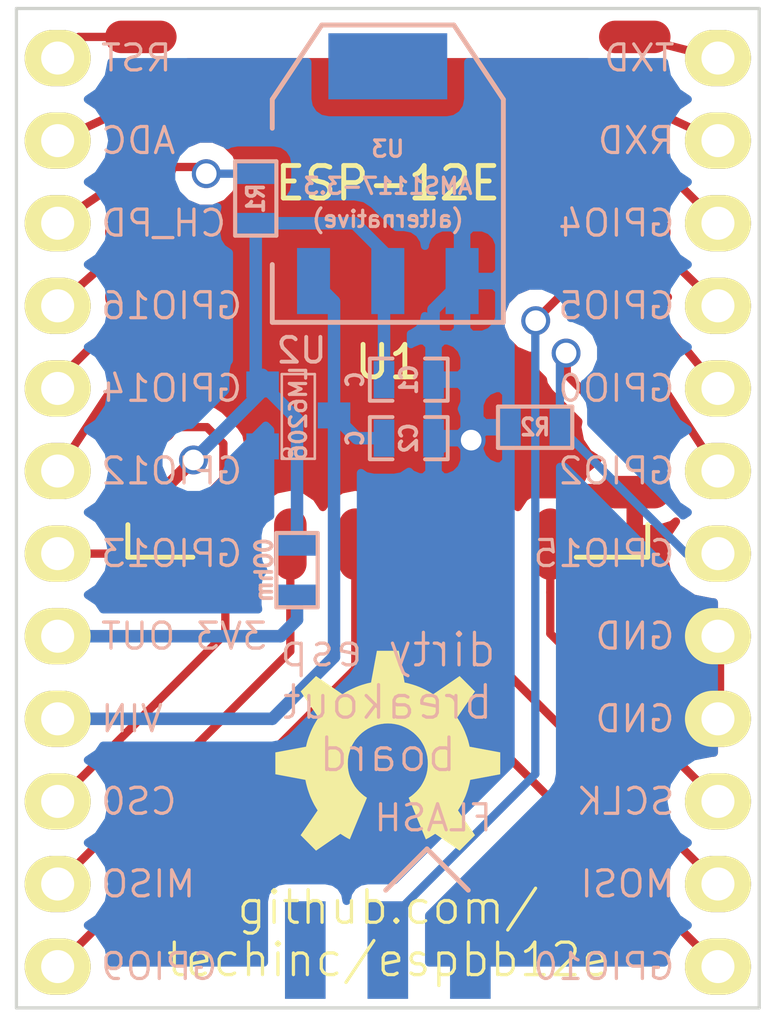
<source format=kicad_pcb>
(kicad_pcb (version 4) (host pcbnew no-vcs-found-product)

  (general
    (links 40)
    (no_connects 0)
    (area -1.320001 2.235999 21.640001 33.070001)
    (thickness 1.6)
    (drawings 30)
    (tracks 127)
    (zones 0)
    (modules 12)
    (nets 26)
  )

  (page A3)
  (layers
    (0 F.Cu signal)
    (31 B.Cu signal)
    (32 B.Adhes user)
    (33 F.Adhes user)
    (34 B.Paste user)
    (35 F.Paste user)
    (36 B.SilkS user)
    (37 F.SilkS user)
    (38 B.Mask user)
    (39 F.Mask user)
    (40 Dwgs.User user)
    (41 Cmts.User user)
    (42 Eco1.User user)
    (43 Eco2.User user)
    (44 Edge.Cuts user)
  )

  (setup
    (last_trace_width 0.254)
    (trace_clearance 0.254)
    (zone_clearance 0.508)
    (zone_45_only no)
    (trace_min 0.254)
    (segment_width 0.2)
    (edge_width 0.1)
    (via_size 0.889)
    (via_drill 0.635)
    (via_min_size 0.889)
    (via_min_drill 0.508)
    (uvia_size 0.508)
    (uvia_drill 0.127)
    (uvias_allowed no)
    (uvia_min_size 0.508)
    (uvia_min_drill 0.127)
    (pcb_text_width 0.3)
    (pcb_text_size 1.5 1.5)
    (mod_edge_width 0.15)
    (mod_text_size 1 1)
    (mod_text_width 0.15)
    (pad_size 2.032 1.7272)
    (pad_drill 1.016)
    (pad_to_mask_clearance 0)
    (aux_axis_origin 0 0)
    (visible_elements FFFFFFBF)
    (pcbplotparams
      (layerselection 0x010f0_80000001)
      (usegerberextensions true)
      (excludeedgelayer true)
      (linewidth 0.150000)
      (plotframeref false)
      (viasonmask false)
      (mode 1)
      (useauxorigin false)
      (hpglpennumber 1)
      (hpglpenspeed 20)
      (hpglpendiameter 15)
      (hpglpenoverlay 2)
      (psnegative false)
      (psa4output false)
      (plotreference true)
      (plotvalue true)
      (plotinvisibletext false)
      (padsonsilk false)
      (subtractmaskfromsilk false)
      (outputformat 1)
      (mirror false)
      (drillshape 0)
      (scaleselection 1)
      (outputdirectory gerb/))
  )

  (net 0 "")
  (net 1 3V3)
  (net 2 GND)
  (net 3 VCC)
  (net 4 "Net-(P1-Pad3)")
  (net 5 "Net-(P2-Pad6)")
  (net 6 "Net-(SW1-Pad1)")
  (net 7 "Net-(P2-Pad8)")
  (net 8 "Net-(P1-Pad1)")
  (net 9 "Net-(P1-Pad2)")
  (net 10 "Net-(P1-Pad4)")
  (net 11 "Net-(P1-Pad5)")
  (net 12 "Net-(P1-Pad6)")
  (net 13 "Net-(P1-Pad7)")
  (net 14 "Net-(P1-Pad10)")
  (net 15 "Net-(P1-Pad11)")
  (net 16 "Net-(P1-Pad12)")
  (net 17 "Net-(P2-Pad1)")
  (net 18 "Net-(P2-Pad2)")
  (net 19 "Net-(P2-Pad3)")
  (net 20 "Net-(P2-Pad7)")
  (net 21 "Net-(P2-Pad9)")
  (net 22 "Net-(P2-Pad10)")
  (net 23 "Net-(P2-Pad11)")
  (net 24 "Net-(P2-Pad12)")
  (net 25 "Net-(P1-Pad8)")

  (net_class Default "This is the default net class."
    (clearance 0.254)
    (trace_width 0.254)
    (via_dia 0.889)
    (via_drill 0.635)
    (uvia_dia 0.508)
    (uvia_drill 0.127)
    (add_net "Net-(P1-Pad1)")
    (add_net "Net-(P1-Pad10)")
    (add_net "Net-(P1-Pad11)")
    (add_net "Net-(P1-Pad12)")
    (add_net "Net-(P1-Pad2)")
    (add_net "Net-(P1-Pad3)")
    (add_net "Net-(P1-Pad4)")
    (add_net "Net-(P1-Pad5)")
    (add_net "Net-(P1-Pad6)")
    (add_net "Net-(P1-Pad7)")
    (add_net "Net-(P2-Pad1)")
    (add_net "Net-(P2-Pad10)")
    (add_net "Net-(P2-Pad11)")
    (add_net "Net-(P2-Pad12)")
    (add_net "Net-(P2-Pad2)")
    (add_net "Net-(P2-Pad3)")
    (add_net "Net-(P2-Pad6)")
    (add_net "Net-(P2-Pad7)")
    (add_net "Net-(P2-Pad8)")
    (add_net "Net-(P2-Pad9)")
    (add_net "Net-(SW1-Pad1)")
  )

  (net_class power ""
    (clearance 0.254)
    (trace_width 0.384)
    (via_dia 0.889)
    (via_drill 0.635)
    (uvia_dia 0.508)
    (uvia_drill 0.127)
    (add_net 3V3)
    (add_net GND)
    (add_net "Net-(P1-Pad8)")
    (add_net VCC)
  )

  (module SIL-3 (layer B.Cu) (tedit 565B8F69) (tstamp 55198ED2)
    (at 10.16 31.242)
    (descr "Connecteur 3 pins")
    (tags "CONN DEV")
    (path /55198EAB)
    (fp_text reference SW1 (at -4.064 -3.302) (layer B.SilkS) hide
      (effects (font (size 1.7907 1.07696) (thickness 0.26924)) (justify mirror))
    )
    (fp_text value SWITCH_INV (at 2.032 -3.556) (layer B.SilkS) hide
      (effects (font (size 1.524 1.016) (thickness 0.3048)) (justify mirror))
    )
    (fp_text user FLASH (at 1.397 -4.064) (layer B.SilkS)
      (effects (font (size 0.8 0.8) (thickness 0.1)) (justify mirror))
    )
    (fp_line (start -0.0635 -1.8415) (end 1.2065 -3.1115) (layer B.SilkS) (width 0.15))
    (fp_line (start 1.2065 -3.1115) (end 2.4765 -1.8415) (layer B.SilkS) (width 0.15))
    (pad 1 smd rect (at -2.54 0) (size 1.25 3) (layers B.Cu B.Paste B.Mask)
      (net 6 "Net-(SW1-Pad1)"))
    (pad 2 smd rect (at 0 0) (size 1.25 3) (layers B.Cu B.Paste B.Mask)
      (net 7 "Net-(P2-Pad8)"))
    (pad 3 smd rect (at 2.54 0) (size 1.25 3) (layers B.Cu B.Paste B.Mask)
      (net 2 GND) (zone_connect 2))
  )

  (module esp8266:ESP-12E (layer F.Cu) (tedit 565B83D7) (tstamp 56604740)
    (at 10.16 10.16)
    (path /565B521A)
    (fp_text reference U1 (at 0 3) (layer F.SilkS)
      (effects (font (size 1 1) (thickness 0.15)))
    )
    (fp_text value ESP-12E (at 0 -2.5) (layer F.SilkS)
      (effects (font (size 1 1) (thickness 0.15)))
    )
    (fp_line (start -6 9) (end -8 9) (layer F.SilkS) (width 0.15))
    (fp_line (start 8 9) (end 5.8 9) (layer F.SilkS) (width 0.15))
    (fp_line (start -8 8) (end -8 9) (layer F.SilkS) (width 0.15))
    (fp_line (start 8 9) (end 8 8) (layer F.SilkS) (width 0.15))
    (pad 1 smd oval (at -7.6 -7) (size 2.2 1) (layers F.Cu F.Paste F.Mask)
      (net 8 "Net-(P1-Pad1)"))
    (pad 2 smd oval (at -7.6 -5) (size 2.2 1) (layers F.Cu F.Paste F.Mask)
      (net 9 "Net-(P1-Pad2)"))
    (pad 3 smd oval (at -7.6 -3) (size 2.2 1) (layers F.Cu F.Paste F.Mask)
      (net 4 "Net-(P1-Pad3)"))
    (pad 4 smd oval (at -7.6 -1) (size 2.2 1) (layers F.Cu F.Paste F.Mask)
      (net 10 "Net-(P1-Pad4)"))
    (pad 5 smd oval (at -7.6 1) (size 2.2 1) (layers F.Cu F.Paste F.Mask)
      (net 11 "Net-(P1-Pad5)"))
    (pad 6 smd oval (at -7.6 3) (size 2.2 1) (layers F.Cu F.Paste F.Mask)
      (net 12 "Net-(P1-Pad6)"))
    (pad 7 smd oval (at -7.6 5) (size 2.2 1) (layers F.Cu F.Paste F.Mask)
      (net 13 "Net-(P1-Pad7)"))
    (pad 8 smd oval (at -7.6 7) (size 2.2 1) (layers F.Cu F.Paste F.Mask)
      (net 1 3V3))
    (pad 15 smd oval (at 7.6 7) (size 2.2 1) (layers F.Cu F.Paste F.Mask)
      (net 2 GND))
    (pad 16 smd oval (at 7.6 5) (size 2.2 1) (layers F.Cu F.Paste F.Mask)
      (net 5 "Net-(P2-Pad6)"))
    (pad 17 smd oval (at 7.6 3) (size 2.2 1) (layers F.Cu F.Paste F.Mask)
      (net 20 "Net-(P2-Pad7)"))
    (pad 18 smd oval (at 7.6 1) (size 2.2 1) (layers F.Cu F.Paste F.Mask)
      (net 7 "Net-(P2-Pad8)"))
    (pad 19 smd oval (at 7.6 -1) (size 2.2 1) (layers F.Cu F.Paste F.Mask)
      (net 21 "Net-(P2-Pad9)"))
    (pad 20 smd oval (at 7.6 -3) (size 2.2 1) (layers F.Cu F.Paste F.Mask)
      (net 22 "Net-(P2-Pad10)"))
    (pad 21 smd oval (at 7.6 -5) (size 2.2 1) (layers F.Cu F.Paste F.Mask)
      (net 23 "Net-(P2-Pad11)"))
    (pad 22 smd oval (at 7.6 -7) (size 2.2 1) (layers F.Cu F.Paste F.Mask)
      (net 24 "Net-(P2-Pad12)"))
    (pad 9 smd oval (at -5 8.6 90) (size 2.2 1) (layers F.Cu F.Paste F.Mask)
      (net 14 "Net-(P1-Pad10)"))
    (pad 10 smd oval (at -3 8.6 90) (size 2.2 1) (layers F.Cu F.Paste F.Mask)
      (net 15 "Net-(P1-Pad11)"))
    (pad 11 smd oval (at -1 8.6 90) (size 2.2 1) (layers F.Cu F.Paste F.Mask)
      (net 16 "Net-(P1-Pad12)"))
    (pad 12 smd oval (at 1 8.6 90) (size 2.2 1) (layers F.Cu F.Paste F.Mask)
      (net 17 "Net-(P2-Pad1)"))
    (pad 13 smd oval (at 3 8.6 90) (size 2.2 1) (layers F.Cu F.Paste F.Mask)
      (net 18 "Net-(P2-Pad2)"))
    (pad 14 smd oval (at 5 8.6 90) (size 2.2 1) (layers F.Cu F.Paste F.Mask)
      (net 19 "Net-(P2-Pad3)"))
  )

  (module r0603:SM0603 (layer B.Cu) (tedit 565B7A94) (tstamp 56639945)
    (at 7.366 19.558 270)
    (path /565B5AC2)
    (attr smd)
    (fp_text reference R3 (at 0 0 270) (layer B.SilkS) hide
      (effects (font (size 0.508 0.4572) (thickness 0.1143)) (justify mirror))
    )
    (fp_text value 0Ohm (at 0 1.016 270) (layer B.SilkS)
      (effects (font (size 0.508 0.4572) (thickness 0.1143)) (justify mirror))
    )
    (fp_line (start -1.143 0.635) (end 1.143 0.635) (layer B.SilkS) (width 0.127))
    (fp_line (start 1.143 0.635) (end 1.143 -0.635) (layer B.SilkS) (width 0.127))
    (fp_line (start 1.143 -0.635) (end -1.143 -0.635) (layer B.SilkS) (width 0.127))
    (fp_line (start -1.143 -0.635) (end -1.143 0.635) (layer B.SilkS) (width 0.127))
    (pad 1 smd rect (at -0.762 0 270) (size 0.635 1.143) (layers B.Cu B.Paste B.Mask)
      (net 1 3V3))
    (pad 2 smd rect (at 0.762 0 270) (size 0.635 1.143) (layers B.Cu B.Paste B.Mask)
      (net 25 "Net-(P1-Pad8)"))
    (model smd\resistors\R0603.wrl
      (at (xyz 0 0 0.001))
      (scale (xyz 0.5 0.5 0.5))
      (rotate (xyz 0 0 0))
    )
  )

  (module sot223:SOT223 (layer B.Cu) (tedit 565B79FD) (tstamp 565B751D)
    (at 10.16 7.366 180)
    (descr "module CMS SOT223 4 pins")
    (tags "CMS SOT")
    (path /565B752B)
    (attr smd)
    (fp_text reference U3 (at 0 0.762 180) (layer B.SilkS)
      (effects (font (size 0.5 0.5) (thickness 0.1)) (justify mirror))
    )
    (fp_text value AMS1117-3.3 (at 0 -0.381 180) (layer B.SilkS)
      (effects (font (size 0.5 0.5) (thickness 0.1)) (justify mirror))
    )
    (fp_text user "(alternative)" (at 0 -1.397 180) (layer B.SilkS)
      (effects (font (size 0.5 0.5) (thickness 0.1)) (justify mirror))
    )
    (fp_line (start 3.556 -4.572) (end 3.556 -2.794) (layer B.SilkS) (width 0.15))
    (fp_line (start 3.556 2.286) (end 3.556 1.397) (layer B.SilkS) (width 0.15))
    (fp_line (start -2.032 4.572) (end 2.032 4.572) (layer B.SilkS) (width 0.15))
    (fp_line (start 3.556 2.286) (end 2.032 4.572) (layer B.SilkS) (width 0.15))
    (fp_line (start -3.556 2.286) (end -2.032 4.572) (layer B.SilkS) (width 0.15))
    (fp_line (start -3.556 -4.572) (end -3.556 2.286) (layer B.SilkS) (width 0.15))
    (fp_line (start 3.556 -4.572) (end -3.556 -4.572) (layer B.SilkS) (width 0.15))
    (pad 4 smd rect (at 0 3.302 180) (size 3.6576 2.032) (layers B.Cu B.Paste B.Mask))
    (pad 2 smd rect (at 0 -3.302 180) (size 1.016 2.032) (layers B.Cu B.Paste B.Mask)
      (net 1 3V3))
    (pad 3 smd rect (at 2.286 -3.302 180) (size 1.016 2.032) (layers B.Cu B.Paste B.Mask)
      (net 3 VCC))
    (pad 1 smd rect (at -2.286 -3.302 180) (size 1.016 2.032) (layers B.Cu B.Paste B.Mask)
      (net 2 GND))
    (model smd/SOT223.wrl
      (at (xyz 0 0 0))
      (scale (xyz 0.4 0.4 0.4))
      (rotate (xyz 0 0 0))
    )
  )

  (module Pin_Headers:Pin_Header_Straight_1x12 (layer F.Cu) (tedit 565B992D) (tstamp 566045E9)
    (at 0 3.81)
    (descr "Through hole pin header")
    (tags "pin header")
    (path /565B58C8)
    (fp_text reference P1 (at 0 -5.1) (layer F.SilkS) hide
      (effects (font (size 1 1) (thickness 0.15)))
    )
    (fp_text value CONN_01X12 (at 0 -3.1) (layer F.Fab) hide
      (effects (font (size 1 1) (thickness 0.15)))
    )
    (fp_line (start -1.75 -1.75) (end -1.75 29.7) (layer F.CrtYd) (width 0.05))
    (fp_line (start 1.75 -1.75) (end 1.75 29.7) (layer F.CrtYd) (width 0.05))
    (fp_line (start -1.75 -1.75) (end 1.75 -1.75) (layer F.CrtYd) (width 0.05))
    (fp_line (start -1.75 29.7) (end 1.75 29.7) (layer F.CrtYd) (width 0.05))
    (pad 1 thru_hole oval (at 0 0) (size 2.032 1.7272) (drill 1.016) (layers *.Cu *.Mask F.SilkS)
      (net 8 "Net-(P1-Pad1)"))
    (pad 2 thru_hole oval (at 0 2.54) (size 2.032 1.7272) (drill 1.016) (layers *.Cu *.Mask F.SilkS)
      (net 9 "Net-(P1-Pad2)"))
    (pad 3 thru_hole oval (at 0 5.08) (size 2.032 1.7272) (drill 1.016) (layers *.Cu *.Mask F.SilkS)
      (net 4 "Net-(P1-Pad3)"))
    (pad 4 thru_hole oval (at 0 7.62) (size 2.032 1.7272) (drill 1.016) (layers *.Cu *.Mask F.SilkS)
      (net 10 "Net-(P1-Pad4)"))
    (pad 5 thru_hole oval (at 0 10.16) (size 2.032 1.7272) (drill 1.016) (layers *.Cu *.Mask F.SilkS)
      (net 11 "Net-(P1-Pad5)"))
    (pad 6 thru_hole oval (at 0 12.7) (size 2.032 1.7272) (drill 1.016) (layers *.Cu *.Mask F.SilkS)
      (net 12 "Net-(P1-Pad6)"))
    (pad 7 thru_hole oval (at 0 15.24) (size 2.032 1.7272) (drill 1.016) (layers *.Cu *.Mask F.SilkS)
      (net 13 "Net-(P1-Pad7)"))
    (pad 8 thru_hole oval (at 0 17.78) (size 2.032 1.7272) (drill 1.016) (layers *.Cu *.Mask F.SilkS)
      (net 25 "Net-(P1-Pad8)"))
    (pad 9 thru_hole oval (at 0 20.32) (size 2.032 1.7272) (drill 1.016) (layers *.Cu *.Mask F.SilkS)
      (net 3 VCC))
    (pad 10 thru_hole oval (at 0 22.86) (size 2.032 1.7272) (drill 1.016) (layers *.Cu *.Mask F.SilkS)
      (net 14 "Net-(P1-Pad10)"))
    (pad 11 thru_hole oval (at 0 25.4) (size 2.032 1.7272) (drill 1.016) (layers *.Cu *.Mask F.SilkS)
      (net 15 "Net-(P1-Pad11)"))
    (pad 12 thru_hole oval (at 0 27.94) (size 2.032 1.7272) (drill 1.016) (layers *.Cu *.Mask F.SilkS)
      (net 16 "Net-(P1-Pad12)"))
    (model Pin_Headers.3dshapes/Pin_Header_Straight_1x12.wrl
      (at (xyz 0 -0.55 0))
      (scale (xyz 1 1 1))
      (rotate (xyz 0 0 90))
    )
  )

  (module Pin_Headers:Pin_Header_Straight_1x12 (layer F.Cu) (tedit 565B7D82) (tstamp 56604604)
    (at 20.32 31.75 180)
    (descr "Through hole pin header")
    (tags "pin header")
    (path /565B5F2D)
    (fp_text reference P2 (at 0 -5.1 180) (layer F.SilkS) hide
      (effects (font (size 1 1) (thickness 0.15)))
    )
    (fp_text value CONN_01X12 (at 0 -3.1 180) (layer F.Fab) hide
      (effects (font (size 1 1) (thickness 0.15)))
    )
    (fp_line (start -1.75 -1.75) (end -1.75 29.7) (layer F.CrtYd) (width 0.05))
    (fp_line (start 1.75 -1.75) (end 1.75 29.7) (layer F.CrtYd) (width 0.05))
    (fp_line (start -1.75 -1.75) (end 1.75 -1.75) (layer F.CrtYd) (width 0.05))
    (fp_line (start -1.75 29.7) (end 1.75 29.7) (layer F.CrtYd) (width 0.05))
    (pad 1 thru_hole oval (at 0 0 180) (size 2.032 1.7272) (drill 1.016) (layers *.Cu *.Mask F.SilkS)
      (net 17 "Net-(P2-Pad1)"))
    (pad 2 thru_hole oval (at 0 2.54 180) (size 2.032 1.7272) (drill 1.016) (layers *.Cu *.Mask F.SilkS)
      (net 18 "Net-(P2-Pad2)"))
    (pad 3 thru_hole oval (at 0 5.08 180) (size 2.032 1.7272) (drill 1.016) (layers *.Cu *.Mask F.SilkS)
      (net 19 "Net-(P2-Pad3)"))
    (pad 4 thru_hole oval (at 0 7.62 180) (size 2.032 1.7272) (drill 1.016) (layers *.Cu *.Mask F.SilkS)
      (net 2 GND) (zone_connect 2))
    (pad 5 thru_hole oval (at 0 10.16 180) (size 2.032 1.7272) (drill 1.016) (layers *.Cu *.Mask F.SilkS)
      (net 2 GND) (zone_connect 2))
    (pad 6 thru_hole oval (at 0 12.7 180) (size 2.032 1.7272) (drill 1.016) (layers *.Cu *.Mask F.SilkS)
      (net 5 "Net-(P2-Pad6)"))
    (pad 7 thru_hole oval (at 0 15.24 180) (size 2.032 1.7272) (drill 1.016) (layers *.Cu *.Mask F.SilkS)
      (net 20 "Net-(P2-Pad7)"))
    (pad 8 thru_hole oval (at 0 17.78 180) (size 2.032 1.7272) (drill 1.016) (layers *.Cu *.Mask F.SilkS)
      (net 7 "Net-(P2-Pad8)"))
    (pad 9 thru_hole oval (at 0 20.32 180) (size 2.032 1.7272) (drill 1.016) (layers *.Cu *.Mask F.SilkS)
      (net 21 "Net-(P2-Pad9)"))
    (pad 10 thru_hole oval (at 0 22.86 180) (size 2.032 1.7272) (drill 1.016) (layers *.Cu *.Mask F.SilkS)
      (net 22 "Net-(P2-Pad10)"))
    (pad 11 thru_hole oval (at 0 25.4 180) (size 2.032 1.7272) (drill 1.016) (layers *.Cu *.Mask F.SilkS)
      (net 23 "Net-(P2-Pad11)"))
    (pad 12 thru_hole oval (at 0 27.94 180) (size 2.032 1.7272) (drill 1.016) (layers *.Cu *.Mask F.SilkS)
      (net 24 "Net-(P2-Pad12)"))
    (model Pin_Headers.3dshapes/Pin_Header_Straight_1x12.wrl
      (at (xyz 0 -0.55 0))
      (scale (xyz 1 1 1))
      (rotate (xyz 0 0 90))
    )
  )

  (module SOT23 (layer B.Cu) (tedit 565B77D7) (tstamp 55198A07)
    (at 7.405 14.8 90)
    (tags SOT23)
    (path /55198B03)
    (fp_text reference U2 (at 1.99898 0.09906 360) (layer B.SilkS)
      (effects (font (size 0.762 0.762) (thickness 0.11938)) (justify mirror))
    )
    (fp_text value LM6206 (at 0.0635 0 90) (layer B.SilkS)
      (effects (font (size 0.50038 0.50038) (thickness 0.09906)) (justify mirror))
    )
    (fp_circle (center -1.17602 -0.35052) (end -1.30048 -0.44958) (layer B.SilkS) (width 0.07874))
    (fp_line (start 1.27 0.508) (end 1.27 -0.508) (layer B.SilkS) (width 0.07874))
    (fp_line (start -1.3335 0.508) (end -1.3335 -0.508) (layer B.SilkS) (width 0.07874))
    (fp_line (start 1.27 -0.508) (end -1.3335 -0.508) (layer B.SilkS) (width 0.07874))
    (fp_line (start -1.3335 0.508) (end 1.27 0.508) (layer B.SilkS) (width 0.07874))
    (pad 3 smd rect (at 0 1.09982 90) (size 0.8001 1.00076) (layers B.Cu B.Paste B.Mask)
      (net 3 VCC))
    (pad 2 smd rect (at 0.9525 -1.09982 90) (size 0.8001 1.00076) (layers B.Cu B.Paste B.Mask)
      (net 1 3V3))
    (pad 1 smd rect (at -0.9525 -1.09982 90) (size 0.8001 1.00076) (layers B.Cu B.Paste B.Mask)
      (net 2 GND) (zone_connect 2))
    (model smd\SOT23_3.wrl
      (at (xyz 0 0 0))
      (scale (xyz 0.4 0.4 0.4))
      (rotate (xyz 0 0 180))
    )
  )

  (module SM0603_Capa (layer B.Cu) (tedit 5051B1EC) (tstamp 55198D70)
    (at 10.805 15.5)
    (path /551982ED)
    (attr smd)
    (fp_text reference C2 (at 0 0 270) (layer B.SilkS)
      (effects (font (size 0.508 0.4572) (thickness 0.1143)) (justify mirror))
    )
    (fp_text value C (at -1.651 0 270) (layer B.SilkS)
      (effects (font (size 0.508 0.4572) (thickness 0.1143)) (justify mirror))
    )
    (fp_line (start 0.50038 -0.65024) (end 1.19888 -0.65024) (layer B.SilkS) (width 0.11938))
    (fp_line (start -0.50038 -0.65024) (end -1.19888 -0.65024) (layer B.SilkS) (width 0.11938))
    (fp_line (start 0.50038 0.65024) (end 1.19888 0.65024) (layer B.SilkS) (width 0.11938))
    (fp_line (start -1.19888 0.65024) (end -0.50038 0.65024) (layer B.SilkS) (width 0.11938))
    (fp_line (start 1.19888 0.635) (end 1.19888 -0.635) (layer B.SilkS) (width 0.11938))
    (fp_line (start -1.19888 -0.635) (end -1.19888 0.635) (layer B.SilkS) (width 0.11938))
    (pad 1 smd rect (at -0.762 0) (size 0.635 1.143) (layers B.Cu B.Paste B.Mask)
      (net 3 VCC))
    (pad 2 smd rect (at 0.762 0) (size 0.635 1.143) (layers B.Cu B.Paste B.Mask)
      (net 2 GND))
    (model smd\capacitors\C0603.wrl
      (at (xyz 0 0 0.001))
      (scale (xyz 0.5 0.5 0.5))
      (rotate (xyz 0 0 0))
    )
  )

  (module SM0603_Capa (layer B.Cu) (tedit 5051B1EC) (tstamp 55198D7C)
    (at 10.805 13.7)
    (path /55198306)
    (attr smd)
    (fp_text reference C1 (at 0 0 270) (layer B.SilkS)
      (effects (font (size 0.508 0.4572) (thickness 0.1143)) (justify mirror))
    )
    (fp_text value C (at -1.651 0 270) (layer B.SilkS)
      (effects (font (size 0.508 0.4572) (thickness 0.1143)) (justify mirror))
    )
    (fp_line (start 0.50038 -0.65024) (end 1.19888 -0.65024) (layer B.SilkS) (width 0.11938))
    (fp_line (start -0.50038 -0.65024) (end -1.19888 -0.65024) (layer B.SilkS) (width 0.11938))
    (fp_line (start 0.50038 0.65024) (end 1.19888 0.65024) (layer B.SilkS) (width 0.11938))
    (fp_line (start -1.19888 0.65024) (end -0.50038 0.65024) (layer B.SilkS) (width 0.11938))
    (fp_line (start 1.19888 0.635) (end 1.19888 -0.635) (layer B.SilkS) (width 0.11938))
    (fp_line (start -1.19888 -0.635) (end -1.19888 0.635) (layer B.SilkS) (width 0.11938))
    (pad 1 smd rect (at -0.762 0) (size 0.635 1.143) (layers B.Cu B.Paste B.Mask)
      (net 1 3V3))
    (pad 2 smd rect (at 0.762 0) (size 0.635 1.143) (layers B.Cu B.Paste B.Mask)
      (net 2 GND))
    (model smd\capacitors\C0603.wrl
      (at (xyz 0 0 0.001))
      (scale (xyz 0.5 0.5 0.5))
      (rotate (xyz 0 0 0))
    )
  )

  (module SM0603 (layer B.Cu) (tedit 4E43A3D1) (tstamp 55198D86)
    (at 6.096 8.128 270)
    (path /5519871D)
    (attr smd)
    (fp_text reference R1 (at 0 0 270) (layer B.SilkS)
      (effects (font (size 0.508 0.4572) (thickness 0.1143)) (justify mirror))
    )
    (fp_text value R (at 0 0 270) (layer B.SilkS) hide
      (effects (font (size 0.508 0.4572) (thickness 0.1143)) (justify mirror))
    )
    (fp_line (start -1.143 0.635) (end 1.143 0.635) (layer B.SilkS) (width 0.127))
    (fp_line (start 1.143 0.635) (end 1.143 -0.635) (layer B.SilkS) (width 0.127))
    (fp_line (start 1.143 -0.635) (end -1.143 -0.635) (layer B.SilkS) (width 0.127))
    (fp_line (start -1.143 -0.635) (end -1.143 0.635) (layer B.SilkS) (width 0.127))
    (pad 1 smd rect (at -0.762 0 270) (size 0.635 1.143) (layers B.Cu B.Paste B.Mask)
      (net 4 "Net-(P1-Pad3)"))
    (pad 2 smd rect (at 0.762 0 270) (size 0.635 1.143) (layers B.Cu B.Paste B.Mask)
      (net 1 3V3))
    (model smd\resistors\R0603.wrl
      (at (xyz 0 0 0.001))
      (scale (xyz 0.5 0.5 0.5))
      (rotate (xyz 0 0 0))
    )
  )

  (module SM0603 (layer B.Cu) (tedit 4E43A3D1) (tstamp 55198D90)
    (at 14.6939 15.1638 180)
    (path /5519881F)
    (attr smd)
    (fp_text reference R2 (at 0 0 180) (layer B.SilkS)
      (effects (font (size 0.508 0.4572) (thickness 0.1143)) (justify mirror))
    )
    (fp_text value R (at 0 0 180) (layer B.SilkS) hide
      (effects (font (size 0.508 0.4572) (thickness 0.1143)) (justify mirror))
    )
    (fp_line (start -1.143 0.635) (end 1.143 0.635) (layer B.SilkS) (width 0.127))
    (fp_line (start 1.143 0.635) (end 1.143 -0.635) (layer B.SilkS) (width 0.127))
    (fp_line (start 1.143 -0.635) (end -1.143 -0.635) (layer B.SilkS) (width 0.127))
    (fp_line (start -1.143 -0.635) (end -1.143 0.635) (layer B.SilkS) (width 0.127))
    (pad 1 smd rect (at -0.762 0 180) (size 0.635 1.143) (layers B.Cu B.Paste B.Mask)
      (net 5 "Net-(P2-Pad6)"))
    (pad 2 smd rect (at 0.762 0 180) (size 0.635 1.143) (layers B.Cu B.Paste B.Mask)
      (net 2 GND))
    (model smd\resistors\R0603.wrl
      (at (xyz 0 0 0.001))
      (scale (xyz 0.5 0.5 0.5))
      (rotate (xyz 0 0 0))
    )
  )

  (module openhw (layer F.Cu) (tedit 0) (tstamp 551A0146)
    (at 10.16 25.654 180)
    (fp_text reference "" (at 0 0 180) (layer F.SilkS)
      (effects (font (thickness 0.15)))
    )
    (fp_text value "" (at 0 0 180) (layer F.SilkS)
      (effects (font (thickness 0.15)))
    )
    (fp_poly (pts (xy -2.51714 0.66548) (xy -2.51714 0.66548) (xy -3.45948 0.49022) (xy -3.45948 0.15494)
      (xy -3.45948 -0.18034) (xy -2.53492 -0.35306) (xy -2.5146 -0.45466) (xy -2.4892 -0.55372)
      (xy -2.46126 -0.65278) (xy -2.42824 -0.7493) (xy -2.39268 -0.84582) (xy -2.35204 -0.9398)
      (xy -2.30886 -1.03124) (xy -2.26314 -1.12014) (xy -2.21234 -1.2065) (xy -2.159 -1.29286)
      (xy -2.68224 -2.05486) (xy -2.44602 -2.29108) (xy -2.2098 -2.52984) (xy -1.45796 -2.01168)
      (xy -1.38684 -2.0574) (xy -1.31826 -2.10058) (xy -1.2446 -2.14376) (xy -1.17094 -2.18186)
      (xy -0.64262 -0.90424) (xy -0.72898 -0.84582) (xy -0.80772 -0.77978) (xy -0.88392 -0.70866)
      (xy -0.9525 -0.63246) (xy -1.016 -0.55118) (xy -1.06934 -0.46228) (xy -1.1176 -0.37084)
      (xy -1.15824 -0.27432) (xy -1.19126 -0.17272) (xy -1.21412 -0.06858) (xy -1.22682 0.0381)
      (xy -1.2319 0.14986) (xy -1.22682 0.26162) (xy -1.21412 0.37084) (xy -1.18872 0.47752)
      (xy -1.1557 0.57912) (xy -1.11506 0.67818) (xy -1.06426 0.77216) (xy -1.00838 0.86106)
      (xy -0.94234 0.94488) (xy -0.87122 1.02108) (xy -0.79502 1.0922) (xy -0.7112 1.1557)
      (xy -0.6223 1.21412) (xy -0.52832 1.26238) (xy -0.42926 1.30556) (xy -0.32766 1.33858)
      (xy -0.22098 1.36144) (xy -0.11176 1.37668) (xy 0 1.38176) (xy 0.11176 1.37668)
      (xy 0.22098 1.36144) (xy 0.32766 1.33858) (xy 0.42926 1.30556) (xy 0.52832 1.26238)
      (xy 0.6223 1.21412) (xy 0.7112 1.1557) (xy 0.79502 1.0922) (xy 0.87122 1.02108)
      (xy 0.94234 0.94488) (xy 1.00838 0.86106) (xy 1.06426 0.77216) (xy 1.11506 0.67818)
      (xy 1.1557 0.57912) (xy 1.18872 0.47752) (xy 1.21412 0.37084) (xy 1.22682 0.26162)
      (xy 1.2319 0.14986) (xy 1.22682 0.0381) (xy 1.21412 -0.06858) (xy 1.19126 -0.17272)
      (xy 1.15824 -0.27432) (xy 1.1176 -0.37084) (xy 1.06934 -0.46228) (xy 1.016 -0.55118)
      (xy 0.9525 -0.63246) (xy 0.88392 -0.70866) (xy 0.80772 -0.77978) (xy 0.72898 -0.84582)
      (xy 0.64262 -0.90424) (xy 1.17094 -2.18186) (xy 1.2446 -2.14376) (xy 1.31826 -2.10058)
      (xy 1.38684 -2.0574) (xy 1.45796 -2.01168) (xy 2.2098 -2.52984) (xy 2.44602 -2.29108)
      (xy 2.68224 -2.05486) (xy 2.159 -1.29286) (xy 2.21234 -1.2065) (xy 2.26314 -1.12014)
      (xy 2.30886 -1.03124) (xy 2.35204 -0.9398) (xy 2.39268 -0.84582) (xy 2.42824 -0.7493)
      (xy 2.46126 -0.65278) (xy 2.4892 -0.55372) (xy 2.5146 -0.45466) (xy 2.53492 -0.35306)
      (xy 3.45948 -0.18034) (xy 3.45948 0.15494) (xy 3.45948 0.49022) (xy 2.51714 0.66548)
      (xy 2.49428 0.762) (xy 2.46888 0.85852) (xy 2.4384 0.9525) (xy 2.40284 1.04394)
      (xy 2.36728 1.13538) (xy 2.32664 1.22428) (xy 2.28346 1.31064) (xy 2.2352 1.397)
      (xy 2.1844 1.48082) (xy 2.13106 1.5621) (xy 2.68224 2.36474) (xy 2.44602 2.60096)
      (xy 2.2098 2.83718) (xy 1.397 2.27838) (xy 1.31572 2.32918) (xy 1.23444 2.37744)
      (xy 1.15062 2.42062) (xy 1.06426 2.46126) (xy 0.9779 2.49936) (xy 0.88646 2.53492)
      (xy 0.79756 2.5654) (xy 0.70358 2.59334) (xy 0.61214 2.61874) (xy 0.51562 2.63906)
      (xy 0.51562 2.63906) (xy 0.33528 3.61442) (xy 0 3.61442) (xy -0.33528 3.61442)
      (xy -0.51562 2.63906) (xy -0.51562 2.63906) (xy -0.61214 2.61874) (xy -0.70358 2.59334)
      (xy -0.79756 2.5654) (xy -0.88646 2.53492) (xy -0.9779 2.49936) (xy -1.06426 2.46126)
      (xy -1.15062 2.42062) (xy -1.23444 2.37744) (xy -1.31572 2.32918) (xy -1.397 2.27838)
      (xy -2.2098 2.83718) (xy -2.44602 2.60096) (xy -2.68224 2.36474) (xy -2.1336 1.5621)
      (xy -2.1844 1.48082) (xy -2.2352 1.397) (xy -2.28346 1.31064) (xy -2.32664 1.22428)
      (xy -2.36728 1.13538) (xy -2.40284 1.04394) (xy -2.4384 0.9525) (xy -2.46888 0.85852)
      (xy -2.49428 0.762) (xy -2.51714 0.66548)) (layer F.SilkS) (width 0.00254))
  )

  (gr_line (start 21.59 33.02) (end -1.27 33.02) (angle 90) (layer Edge.Cuts) (width 0.1))
  (gr_line (start 21.59 2.286) (end 21.59 33.02) (angle 90) (layer Edge.Cuts) (width 0.1))
  (gr_line (start -1.27 2.286) (end 21.59 2.286) (angle 90) (layer Edge.Cuts) (width 0.1))
  (gr_line (start -1.27 33.02) (end -1.27 2.286) (angle 90) (layer Edge.Cuts) (width 0.1))
  (gr_text SCLK (at 19.05 26.67) (layer B.SilkS)
    (effects (font (size 0.8 0.8) (thickness 0.1)) (justify left mirror))
  )
  (gr_text GPIO9 (at 1.27 31.75) (layer B.SilkS)
    (effects (font (size 0.8 0.8) (thickness 0.1)) (justify right mirror))
  )
  (gr_text MISO (at 1.27 29.21) (layer B.SilkS)
    (effects (font (size 0.8 0.8) (thickness 0.1)) (justify right mirror))
  )
  (gr_text CS0 (at 1.27 26.67) (layer B.SilkS)
    (effects (font (size 0.8 0.8) (thickness 0.1)) (justify right mirror))
  )
  (gr_text "3V3 OUT" (at 1.27 21.59) (layer B.SilkS)
    (effects (font (size 0.8 0.8) (thickness 0.1)) (justify right mirror))
  )
  (gr_text GPIO10 (at 19.05 31.75) (layer B.SilkS)
    (effects (font (size 0.8 0.8) (thickness 0.1)) (justify left mirror))
  )
  (gr_text MOSI (at 19.05 29.21) (layer B.SilkS)
    (effects (font (size 0.8 0.8) (thickness 0.1)) (justify left mirror))
  )
  (gr_text GND (at 19.05 24.13) (layer B.SilkS)
    (effects (font (size 0.8 0.8) (thickness 0.1)) (justify left mirror))
  )
  (gr_text "github.com/\ntechinc/espbb12e" (at 10.16 30.734) (layer F.SilkS)
    (effects (font (size 1 1) (thickness 0.1)))
  )
  (gr_text "dirty esp\nbreakout\nboard" (at 10.16 23.622) (layer B.SilkS)
    (effects (font (size 1 1) (thickness 0.1)) (justify mirror))
  )
  (gr_text GND (at 19.05 21.59) (layer B.SilkS)
    (effects (font (size 0.8 0.8) (thickness 0.1)) (justify left mirror))
  )
  (gr_text GPIO15 (at 19.05 19.05) (layer B.SilkS)
    (effects (font (size 0.8 0.8) (thickness 0.1)) (justify left mirror))
  )
  (gr_text GPIO2 (at 19.05 16.51) (layer B.SilkS)
    (effects (font (size 0.8 0.8) (thickness 0.1)) (justify left mirror))
  )
  (gr_text GPIO0 (at 19.05 13.97) (layer B.SilkS)
    (effects (font (size 0.8 0.8) (thickness 0.1)) (justify left mirror))
  )
  (gr_text TXD (at 19.05 3.81) (layer B.SilkS)
    (effects (font (size 0.8 0.8) (thickness 0.1)) (justify left mirror))
  )
  (gr_text RXD (at 19.05 6.35) (layer B.SilkS)
    (effects (font (size 0.8 0.8) (thickness 0.1)) (justify left mirror))
  )
  (gr_text GPIO4 (at 19.05 8.89) (layer B.SilkS)
    (effects (font (size 0.8 0.8) (thickness 0.1)) (justify left mirror))
  )
  (gr_text GPIO5 (at 19.05 11.43) (layer B.SilkS)
    (effects (font (size 0.8 0.8) (thickness 0.1)) (justify left mirror))
  )
  (gr_text VIN (at 1.27 24.13) (layer B.SilkS)
    (effects (font (size 0.8 0.8) (thickness 0.1)) (justify right mirror))
  )
  (gr_text GPIO13 (at 1.27 19.05) (layer B.SilkS)
    (effects (font (size 0.8 0.8) (thickness 0.1)) (justify right mirror))
  )
  (gr_text RST (at 1.27 3.81) (layer B.SilkS)
    (effects (font (size 0.8 0.8) (thickness 0.1)) (justify right mirror))
  )
  (gr_text ADC (at 1.27 6.35) (layer B.SilkS)
    (effects (font (size 0.8 0.8) (thickness 0.1)) (justify right mirror))
  )
  (gr_text GPIO12 (at 1.27 16.51) (layer B.SilkS)
    (effects (font (size 0.8 0.8) (thickness 0.1)) (justify right mirror))
  )
  (gr_text GPIO14 (at 1.27 13.97) (layer B.SilkS)
    (effects (font (size 0.8 0.8) (thickness 0.1)) (justify right mirror))
  )
  (gr_text GPIO16 (at 1.27 11.43) (layer B.SilkS)
    (effects (font (size 0.8 0.8) (thickness 0.1)) (justify right mirror))
  )
  (gr_text CH_PD (at 1.27 8.89) (layer B.SilkS)
    (effects (font (size 0.8 0.8) (thickness 0.1)) (justify right mirror))
  )

  (segment (start 7.366 18.796) (end 7.366 14.90832) (width 0.384) (layer B.Cu) (net 1))
  (segment (start 7.366 14.90832) (end 6.30518 13.8475) (width 0.384) (layer B.Cu) (net 1) (tstamp 565B8F30))
  (segment (start 6.30518 13.8475) (end 6.4815 13.8475) (width 0.384) (layer B.Cu) (net 1))
  (segment (start 6.30518 13.8475) (end 6.4175 13.8475) (width 0.384) (layer B.Cu) (net 1))
  (segment (start 2.56 17.16) (end 3.19 17.16) (width 0.384) (layer F.Cu) (net 1))
  (segment (start 3.19 17.16) (end 4.18 16.17) (width 0.384) (layer F.Cu) (net 1) (tstamp 565B85E7))
  (via (at 4.18 16.17) (size 0.889) (drill 0.635) (layers F.Cu B.Cu) (net 1))
  (segment (start 4.18 16.17) (end 6.30518 14.04482) (width 0.384) (layer B.Cu) (net 1) (tstamp 565B85ED))
  (segment (start 6.30518 14.04482) (end 6.30518 13.8475) (width 0.384) (layer B.Cu) (net 1) (tstamp 565B85EE))
  (segment (start 2.16 17.16) (end 3.414 17.16) (width 0.384) (layer F.Cu) (net 1))
  (segment (start 6.096 8.89) (end 9.144 8.89) (width 0.384) (layer B.Cu) (net 1))
  (segment (start 9.144 8.89) (end 10.16 9.906) (width 0.384) (layer B.Cu) (net 1) (tstamp 565B7749))
  (segment (start 10.16 9.906) (end 10.16 10.668) (width 0.384) (layer B.Cu) (net 1) (tstamp 565B774A))
  (segment (start 6.096 8.89) (end 6.096 13.63832) (width 0.384) (layer B.Cu) (net 1))
  (segment (start 6.096 13.63832) (end 6.30518 13.8475) (width 0.384) (layer B.Cu) (net 1) (tstamp 565B7732))
  (segment (start 6.30518 13.8475) (end 6.30518 14.01482) (width 0.384) (layer B.Cu) (net 1))
  (segment (start 3.16 17.16) (end 2.16 17.16) (width 0.384) (layer F.Cu) (net 1) (tstamp 565B769C))
  (segment (start 10.043 13.7) (end 10.043 10.785) (width 0.384) (layer B.Cu) (net 1))
  (segment (start 10.043 10.785) (end 10.16 10.668) (width 0.384) (layer B.Cu) (net 1) (tstamp 565B7638))
  (segment (start 6.45268 13.7) (end 6.305 13.55232) (width 0.384) (layer B.Cu) (net 1) (tstamp 56639958))
  (segment (start 13.9319 15.1638) (end 13.12164 15.1638) (width 0.384) (layer B.Cu) (net 2))
  (segment (start 13.12164 15.1638) (end 12.7254 15.56004) (width 0.384) (layer B.Cu) (net 2) (tstamp 565B8BE6))
  (segment (start 17.76 17.16) (end 14.20344 17.16) (width 0.384) (layer F.Cu) (net 2))
  (segment (start 12.66536 15.5) (end 11.567 15.5) (width 0.384) (layer B.Cu) (net 2) (tstamp 565B8BE4))
  (segment (start 12.7254 15.56004) (end 12.66536 15.5) (width 0.384) (layer B.Cu) (net 2) (tstamp 565B8BE3))
  (via (at 12.7254 15.56004) (size 0.889) (drill 0.635) (layers F.Cu B.Cu) (net 2))
  (segment (start 12.7254 15.68196) (end 12.7254 15.56004) (width 0.384) (layer F.Cu) (net 2) (tstamp 565B8BDD))
  (segment (start 14.20344 17.16) (end 12.7254 15.68196) (width 0.384) (layer F.Cu) (net 2) (tstamp 565B8BD8))
  (segment (start 20.32 21.59) (end 20.32 24.13) (width 0.384) (layer F.Cu) (net 2))
  (segment (start 17.76 17.16) (end 17.76 19.03) (width 0.384) (layer F.Cu) (net 2))
  (segment (start 17.76 19.03) (end 20.32 21.59) (width 0.384) (layer F.Cu) (net 2) (tstamp 565B8B4D))
  (segment (start 20.32 24.13) (end 20.2184 24.13) (width 0.384) (layer F.Cu) (net 2))
  (segment (start 20.32 21.59) (end 19.69008 21.59) (width 0.384) (layer F.Cu) (net 2))
  (segment (start 12.7 31.242) (end 13.208 31.242) (width 0.384) (layer B.Cu) (net 2))
  (segment (start 13.208 31.242) (end 20.32 24.13) (width 0.384) (layer B.Cu) (net 2) (tstamp 565B89DC))
  (segment (start 11.829 15.762) (end 11.567 15.5) (width 0.384) (layer B.Cu) (net 2) (tstamp 565B7641))
  (segment (start 11.567 15.5) (end 11.567 13.7) (width 0.384) (layer B.Cu) (net 2))
  (segment (start 11.567 13.7) (end 11.567 11.547) (width 0.384) (layer B.Cu) (net 2))
  (segment (start 11.567 11.547) (end 12.446 10.668) (width 0.384) (layer B.Cu) (net 2) (tstamp 565B763C))
  (segment (start 6.30518 15.7525) (end 6.30518 15.95718) (width 0.384) (layer B.Cu) (net 2))
  (segment (start 11.567 15.865) (end 11.567 15.5) (width 0.384) (layer B.Cu) (net 2) (tstamp 566399F9))
  (segment (start 11.829 15.762) (end 11.567 15.5) (width 0.384) (layer B.Cu) (net 2) (tstamp 56639952))
  (segment (start 18.16 17.16) (end 18.16 17.16) (width 0.384) (layer F.Cu) (net 2))
  (segment (start 8.50482 14.8) (end 8.50482 22.22918) (width 0.384) (layer B.Cu) (net 3))
  (segment (start 6.604 24.13) (end 0 24.13) (width 0.384) (layer B.Cu) (net 3) (tstamp 565B8ECB))
  (segment (start 8.50482 22.22918) (end 6.604 24.13) (width 0.384) (layer B.Cu) (net 3) (tstamp 565B8EC9))
  (segment (start 10.043 15.5) (end 9.20482 15.5) (width 0.384) (layer B.Cu) (net 3))
  (segment (start 9.20482 15.5) (end 8.50482 14.8) (width 0.384) (layer B.Cu) (net 3) (tstamp 565B763A))
  (segment (start 8.50482 14.8) (end 8.50482 11.29882) (width 0.384) (layer B.Cu) (net 3))
  (segment (start 8.50482 11.29882) (end 7.874 10.668) (width 0.384) (layer B.Cu) (net 3) (tstamp 565B7636))
  (segment (start 0 8.89) (end 2.56 7.16) (width 0.254) (layer F.Cu) (net 4))
  (segment (start 2.56 7.16) (end 1.73 7.16) (width 0.254) (layer F.Cu) (net 4))
  (segment (start 6.096 7.366) (end 4.572 7.366) (width 0.254) (layer B.Cu) (net 4))
  (segment (start 4.366 7.16) (end 2.16 7.16) (width 0.254) (layer F.Cu) (net 4) (tstamp 565B773C))
  (segment (start 4.572 7.366) (end 4.366 7.16) (width 0.254) (layer F.Cu) (net 4) (tstamp 565B773B))
  (via (at 4.572 7.366) (size 0.889) (drill 0.635) (layers F.Cu B.Cu) (net 4))
  (segment (start 2.16 7.16) (end 2.16 7.16) (width 0.254) (layer F.Cu) (net 4))
  (segment (start 17.76 15.16) (end 17.27328 15.16) (width 0.254) (layer F.Cu) (net 5))
  (segment (start 17.27328 15.16) (end 15.66672 13.55344) (width 0.254) (layer F.Cu) (net 5) (tstamp 565B8B8E))
  (segment (start 15.4559 13.07338) (end 15.4559 15.1638) (width 0.254) (layer B.Cu) (net 5) (tstamp 565B8B9C))
  (segment (start 15.6464 12.88288) (end 15.4559 13.07338) (width 0.254) (layer B.Cu) (net 5) (tstamp 565B8B9B))
  (via (at 15.6464 12.88288) (size 0.889) (drill 0.635) (layers F.Cu B.Cu) (net 5))
  (segment (start 15.66672 12.9032) (end 15.6464 12.88288) (width 0.254) (layer F.Cu) (net 5) (tstamp 565B8B99))
  (segment (start 15.66672 13.55344) (end 15.66672 12.9032) (width 0.254) (layer F.Cu) (net 5) (tstamp 565B8B95))
  (segment (start 20.32 19.05) (end 19.3421 19.05) (width 0.254) (layer B.Cu) (net 5))
  (segment (start 19.3421 19.05) (end 15.4559 15.1638) (width 0.254) (layer B.Cu) (net 5) (tstamp 565B8B66))
  (segment (start 16.76528 15.16) (end 17.76 15.16) (width 0.254) (layer F.Cu) (net 5) (tstamp 565B8AE2))
  (segment (start 17.76 11.16) (end 15.42618 11.16) (width 0.254) (layer F.Cu) (net 7))
  (segment (start 14.69898 25.82926) (end 10.16 30.36824) (width 0.254) (layer B.Cu) (net 7) (tstamp 565B8BC2))
  (segment (start 14.69898 11.8999) (end 14.69898 25.82926) (width 0.254) (layer B.Cu) (net 7) (tstamp 565B8BC0))
  (segment (start 14.71168 11.8872) (end 14.69898 11.8999) (width 0.254) (layer B.Cu) (net 7) (tstamp 565B8BBF))
  (via (at 14.71168 11.8872) (size 0.889) (drill 0.635) (layers F.Cu B.Cu) (net 7))
  (segment (start 14.71168 11.8745) (end 14.71168 11.8872) (width 0.254) (layer F.Cu) (net 7) (tstamp 565B8BB4))
  (segment (start 15.42618 11.16) (end 14.71168 11.8745) (width 0.254) (layer F.Cu) (net 7) (tstamp 565B8BA8))
  (segment (start 10.16 30.36824) (end 10.16 31.242) (width 0.254) (layer B.Cu) (net 7) (tstamp 565B8BCB))
  (segment (start 20.32 13.97) (end 20.0533 13.97) (width 0.254) (layer B.Cu) (net 7))
  (segment (start 10.16 30.1371) (end 10.16 31.242) (width 0.254) (layer B.Cu) (net 7) (tstamp 565B89D9))
  (segment (start 17.76 11.16) (end 18.018 11.16) (width 0.254) (layer F.Cu) (net 7))
  (segment (start 18.018 11.16) (end 20.32 13.97) (width 0.254) (layer F.Cu) (net 7) (tstamp 565B885E))
  (segment (start 18.16 11.16) (end 18.78 11.16) (width 0.254) (layer F.Cu) (net 7))
  (segment (start 2.56 3.16) (end 0.65 3.16) (width 0.254) (layer F.Cu) (net 8))
  (segment (start 0.65 3.16) (end 0 3.81) (width 0.254) (layer F.Cu) (net 8) (tstamp 565B852E))
  (segment (start 2.56 5.16) (end 0 6.35) (width 0.254) (layer F.Cu) (net 9))
  (segment (start 0 6.35) (end 0 6.35) (width 0.254) (layer F.Cu) (net 9) (tstamp 565B8530))
  (segment (start 2.16 5.16) (end 2.16 5.16) (width 0.254) (layer F.Cu) (net 9))
  (segment (start 0 11.43) (end 0 11.42) (width 0.254) (layer F.Cu) (net 10))
  (segment (start 0 11.42) (end 2.56 9.16) (width 0.254) (layer F.Cu) (net 10) (tstamp 565B85AA))
  (segment (start 0 13.97) (end 0 13.72) (width 0.254) (layer F.Cu) (net 11))
  (segment (start 0 13.72) (end 2.56 11.16) (width 0.254) (layer F.Cu) (net 11) (tstamp 565B8539))
  (segment (start 2.56 13.16) (end 2.56 13.31) (width 0.254) (layer F.Cu) (net 12))
  (segment (start 2.56 13.16) (end 2.56 13.3) (width 0.254) (layer F.Cu) (net 12))
  (segment (start 2.18 13.21) (end 0 16.51) (width 0.254) (layer F.Cu) (net 12) (tstamp 565B8543))
  (segment (start 0 19.05) (end 2.81 19.05) (width 0.254) (layer F.Cu) (net 13))
  (segment (start 4.59 15.16) (end 2.56 15.16) (width 0.254) (layer F.Cu) (net 13) (tstamp 565B85E0))
  (segment (start 5.1 15.67) (end 4.59 15.16) (width 0.254) (layer F.Cu) (net 13) (tstamp 565B85DF))
  (segment (start 5.1 16.76) (end 5.1 15.67) (width 0.254) (layer F.Cu) (net 13) (tstamp 565B85D8))
  (segment (start 2.81 19.05) (end 5.1 16.76) (width 0.254) (layer F.Cu) (net 13) (tstamp 565B85CF))
  (segment (start 5.16 20.24) (end 5.16 21.51) (width 0.254) (layer F.Cu) (net 14))
  (segment (start 5.16 19.16) (end 5.16 20.24) (width 0.254) (layer F.Cu) (net 14))
  (segment (start 5.16 21.51) (end 0 26.67) (width 0.254) (layer F.Cu) (net 14) (tstamp 565B8677))
  (segment (start 7.16 18.76) (end 7.16 22.05) (width 0.254) (layer F.Cu) (net 15))
  (segment (start 7.16 22.05) (end 0 29.21) (width 0.254) (layer F.Cu) (net 15) (tstamp 565B8681))
  (segment (start 9.16 18.76) (end 9.16 22.59) (width 0.254) (layer F.Cu) (net 16))
  (segment (start 9.16 22.59) (end 0 31.75) (width 0.254) (layer F.Cu) (net 16) (tstamp 565B8686))
  (segment (start 11.16 18.76) (end 11.16 22.59) (width 0.254) (layer F.Cu) (net 17))
  (segment (start 11.16 22.59) (end 20.32 31.75) (width 0.254) (layer F.Cu) (net 17) (tstamp 565B8693))
  (segment (start 13.16 18.76) (end 13.16 22.05) (width 0.254) (layer F.Cu) (net 18))
  (segment (start 13.16 22.05) (end 20.32 29.21) (width 0.254) (layer F.Cu) (net 18) (tstamp 565B8697))
  (segment (start 15.16 20.24) (end 15.16 21.51) (width 0.254) (layer F.Cu) (net 19))
  (segment (start 15.16 19.16) (end 15.16 20.24) (width 0.254) (layer F.Cu) (net 19))
  (segment (start 15.16 21.51) (end 20.32 26.67) (width 0.254) (layer F.Cu) (net 19) (tstamp 565B869C))
  (segment (start 17.76 13.16) (end 17.905791 13.16) (width 0.254) (layer F.Cu) (net 20))
  (segment (start 17.905791 13.16) (end 18.536939 13.791148) (width 0.254) (layer F.Cu) (net 20) (tstamp 565B889A))
  (segment (start 20.32 16.51) (end 18.536939 13.791148) (width 0.254) (layer F.Cu) (net 20))
  (segment (start 17.76 13.16) (end 17.76 13.188) (width 0.254) (layer F.Cu) (net 20))
  (segment (start 17.76 9.16) (end 17.9992 9.16) (width 0.254) (layer F.Cu) (net 21))
  (segment (start 17.9992 9.16) (end 20.32 11.43) (width 0.254) (layer F.Cu) (net 21) (tstamp 565B8935))
  (segment (start 20.32 11.43) (end 20.3327 11.43) (width 0.254) (layer F.Cu) (net 21) (tstamp 565B8936))
  (segment (start 17.76 7.16) (end 18.59 7.16) (width 0.254) (layer F.Cu) (net 22))
  (segment (start 18.59 7.16) (end 20.32 8.89) (width 0.254) (layer F.Cu) (net 22) (tstamp 565B883C))
  (segment (start 17.76 5.16) (end 20.32 6.35) (width 0.254) (layer F.Cu) (net 23))
  (segment (start 20.32 6.35) (end 20.32 6.35) (width 0.254) (layer F.Cu) (net 23) (tstamp 565B8834))
  (segment (start 17.76 3.16) (end 20.32 3.81) (width 0.254) (layer F.Cu) (net 24))
  (segment (start 20.32 3.81) (end 20.32 3.81) (width 0.254) (layer F.Cu) (net 24) (tstamp 565B882A))
  (segment (start 0 21.59) (end 6.858 21.59) (width 0.384) (layer B.Cu) (net 25))
  (segment (start 7.366 21.082) (end 7.366 20.32) (width 0.384) (layer B.Cu) (net 25) (tstamp 565B8F35))
  (segment (start 6.858 21.59) (end 7.366 21.082) (width 0.384) (layer B.Cu) (net 25) (tstamp 565B8F33))

  (zone (net 2) (net_name GND) (layer B.Cu) (tstamp 565B9030) (hatch edge 0.508)
    (connect_pads (clearance 0.508))
    (min_thickness 0.254)
    (fill yes (arc_segments 16) (thermal_gap 0.508) (thermal_bridge_width 0.508))
    (polygon
      (pts
        (xy 0 31.75) (xy 0 3.81) (xy 20.32 3.81) (xy 20.32 31.75)
      )
    )
    (filled_polygon
      (pts
        (xy 18.72907 19.514601) (xy 18.750729 19.623489) (xy 19.075585 20.10967) (xy 19.561766 20.434526) (xy 20.135255 20.5486)
        (xy 20.193 20.5486) (xy 20.193 25.1714) (xy 20.135255 25.1714) (xy 19.561766 25.285474) (xy 19.075585 25.61033)
        (xy 18.750729 26.096511) (xy 18.636655 26.67) (xy 18.750729 27.243489) (xy 19.075585 27.72967) (xy 19.390366 27.94)
        (xy 19.075585 28.15033) (xy 18.750729 28.636511) (xy 18.636655 29.21) (xy 18.750729 29.783489) (xy 19.075585 30.26967)
        (xy 19.390366 30.48) (xy 19.075585 30.69033) (xy 18.750729 31.176511) (xy 18.661917 31.623) (xy 11.43244 31.623)
        (xy 11.43244 30.17343) (xy 15.237795 26.368075) (xy 15.402976 26.120865) (xy 15.40782 26.096511) (xy 15.46098 25.82926)
        (xy 15.46098 16.38274) (xy 15.59721 16.38274)
      )
    )
    (filled_polygon
      (pts
        (xy 7.68376 5.08) (xy 7.728038 5.315317) (xy 7.86711 5.531441) (xy 8.07931 5.676431) (xy 8.3312 5.72744)
        (xy 11.9888 5.72744) (xy 12.224117 5.683162) (xy 12.440241 5.54409) (xy 12.585231 5.33189) (xy 12.63624 5.08)
        (xy 12.63624 3.937) (xy 18.661917 3.937) (xy 18.750729 4.383489) (xy 19.075585 4.86967) (xy 19.390366 5.08)
        (xy 19.075585 5.29033) (xy 18.750729 5.776511) (xy 18.636655 6.35) (xy 18.750729 6.923489) (xy 19.075585 7.40967)
        (xy 19.390366 7.62) (xy 19.075585 7.83033) (xy 18.750729 8.316511) (xy 18.636655 8.89) (xy 18.750729 9.463489)
        (xy 19.075585 9.94967) (xy 19.390366 10.16) (xy 19.075585 10.37033) (xy 18.750729 10.856511) (xy 18.636655 11.43)
        (xy 18.750729 12.003489) (xy 19.075585 12.48967) (xy 19.390366 12.7) (xy 19.075585 12.91033) (xy 18.750729 13.396511)
        (xy 18.636655 13.97) (xy 18.750729 14.543489) (xy 19.075585 15.02967) (xy 19.390366 15.24) (xy 19.075585 15.45033)
        (xy 18.750729 15.936511) (xy 18.636655 16.51) (xy 18.750729 17.083489) (xy 19.075585 17.56967) (xy 19.390366 17.78)
        (xy 19.246116 17.876385) (xy 16.42084 15.05111) (xy 16.42084 14.5923) (xy 16.376562 14.356983) (xy 16.23749 14.140859)
        (xy 16.2179 14.127474) (xy 16.2179 13.814762) (xy 16.257089 13.798569) (xy 16.561022 13.495166) (xy 16.725713 13.098548)
        (xy 16.726087 12.669096) (xy 16.562089 12.272191) (xy 16.258686 11.968258) (xy 15.862068 11.803567) (xy 15.791254 11.803505)
        (xy 15.791367 11.673416) (xy 15.627369 11.276511) (xy 15.323966 10.972578) (xy 14.927348 10.807887) (xy 14.497896 10.807513)
        (xy 14.100991 10.971511) (xy 13.797058 11.274914) (xy 13.632367 11.671532) (xy 13.631993 12.100984) (xy 13.795991 12.497889)
        (xy 13.93698 12.639124) (xy 13.93698 25.51363) (xy 10.35605 29.09456) (xy 9.535 29.09456) (xy 9.299683 29.138838)
        (xy 9.083559 29.27791) (xy 8.938569 29.49011) (xy 8.89009 29.729509) (xy 8.848162 29.506683) (xy 8.70909 29.290559)
        (xy 8.49689 29.145569) (xy 8.245 29.09456) (xy 6.995 29.09456) (xy 6.759683 29.138838) (xy 6.543559 29.27791)
        (xy 6.398569 29.49011) (xy 6.34756 29.742) (xy 6.34756 31.623) (xy 1.658083 31.623) (xy 1.569271 31.176511)
        (xy 1.244415 30.69033) (xy 0.929634 30.48) (xy 1.244415 30.26967) (xy 1.569271 29.783489) (xy 1.683345 29.21)
        (xy 1.569271 28.636511) (xy 1.244415 28.15033) (xy 0.929634 27.94) (xy 1.244415 27.72967) (xy 1.569271 27.243489)
        (xy 1.683345 26.67) (xy 1.569271 26.096511) (xy 1.244415 25.61033) (xy 0.929634 25.4) (xy 1.244415 25.18967)
        (xy 1.39988 24.957) (xy 6.604 24.957) (xy 6.920479 24.894048) (xy 7.188777 24.714777) (xy 9.089597 22.813958)
        (xy 9.268868 22.545659) (xy 9.29446 22.417) (xy 9.33182 22.22918) (xy 9.33182 16.57105) (xy 9.47361 16.667931)
        (xy 9.7255 16.71894) (xy 10.3605 16.71894) (xy 10.595817 16.674662) (xy 10.811941 16.53559) (xy 10.813412 16.533437)
        (xy 10.889802 16.609827) (xy 11.123191 16.7065) (xy 11.28125 16.7065) (xy 11.44 16.54775) (xy 11.44 15.627)
        (xy 11.694 15.627) (xy 11.694 16.54775) (xy 11.85275 16.7065) (xy 12.010809 16.7065) (xy 12.244198 16.609827)
        (xy 12.422827 16.431199) (xy 12.5195 16.19781) (xy 12.5195 15.78575) (xy 12.36075 15.627) (xy 11.694 15.627)
        (xy 11.44 15.627) (xy 11.42 15.627) (xy 11.42 15.44955) (xy 12.9794 15.44955) (xy 12.9794 15.86161)
        (xy 13.076073 16.094999) (xy 13.254702 16.273627) (xy 13.488091 16.3703) (xy 13.64615 16.3703) (xy 13.8049 16.21155)
        (xy 13.8049 15.2908) (xy 13.13815 15.2908) (xy 12.9794 15.44955) (xy 11.42 15.44955) (xy 11.42 15.373)
        (xy 11.44 15.373) (xy 11.44 13.827) (xy 11.694 13.827) (xy 11.694 15.373) (xy 12.36075 15.373)
        (xy 12.5195 15.21425) (xy 12.5195 14.80219) (xy 12.43575 14.6) (xy 12.491258 14.46599) (xy 12.9794 14.46599)
        (xy 12.9794 14.87805) (xy 13.13815 15.0368) (xy 13.8049 15.0368) (xy 13.8049 14.11605) (xy 13.64615 13.9573)
        (xy 13.488091 13.9573) (xy 13.254702 14.053973) (xy 13.076073 14.232601) (xy 12.9794 14.46599) (xy 12.491258 14.46599)
        (xy 12.5195 14.39781) (xy 12.5195 13.98575) (xy 12.36075 13.827) (xy 11.694 13.827) (xy 11.44 13.827)
        (xy 11.42 13.827) (xy 11.42 13.573) (xy 11.44 13.573) (xy 11.44 12.65225) (xy 11.694 12.65225)
        (xy 11.694 13.573) (xy 12.36075 13.573) (xy 12.5195 13.41425) (xy 12.5195 13.00219) (xy 12.422827 12.768801)
        (xy 12.244198 12.590173) (xy 12.010809 12.4935) (xy 11.85275 12.4935) (xy 11.694 12.65225) (xy 11.44 12.65225)
        (xy 11.28125 12.4935) (xy 11.123191 12.4935) (xy 10.889802 12.590173) (xy 10.87 12.609975) (xy 10.87 12.293431)
        (xy 10.903317 12.287162) (xy 11.119441 12.14809) (xy 11.264431 11.93589) (xy 11.303 11.745431) (xy 11.303 11.81031)
        (xy 11.399673 12.043699) (xy 11.578302 12.222327) (xy 11.811691 12.319) (xy 12.16025 12.319) (xy 12.319 12.16025)
        (xy 12.319 10.795) (xy 12.573 10.795) (xy 12.573 12.16025) (xy 12.73175 12.319) (xy 13.080309 12.319)
        (xy 13.313698 12.222327) (xy 13.492327 12.043699) (xy 13.589 11.81031) (xy 13.589 10.95375) (xy 13.43025 10.795)
        (xy 12.573 10.795) (xy 12.319 10.795) (xy 12.299 10.795) (xy 12.299 10.541) (xy 12.319 10.541)
        (xy 12.319 9.17575) (xy 12.573 9.17575) (xy 12.573 10.541) (xy 13.43025 10.541) (xy 13.589 10.38225)
        (xy 13.589 9.52569) (xy 13.492327 9.292301) (xy 13.313698 9.113673) (xy 13.080309 9.017) (xy 12.73175 9.017)
        (xy 12.573 9.17575) (xy 12.319 9.17575) (xy 12.16025 9.017) (xy 11.811691 9.017) (xy 11.578302 9.113673)
        (xy 11.399673 9.292301) (xy 11.303 9.52569) (xy 11.303 9.585887) (xy 11.271162 9.416683) (xy 11.13209 9.200559)
        (xy 10.91989 9.055569) (xy 10.668 9.00456) (xy 10.428114 9.00456) (xy 9.728777 8.305223) (xy 9.460479 8.125952)
        (xy 9.144 8.063) (xy 7.176739 8.063) (xy 7.263931 7.93539) (xy 7.31494 7.6835) (xy 7.31494 7.0485)
        (xy 7.270662 6.813183) (xy 7.13159 6.597059) (xy 6.91939 6.452069) (xy 6.6675 6.40106) (xy 5.5245 6.40106)
        (xy 5.289183 6.445338) (xy 5.221642 6.488799) (xy 5.184286 6.451378) (xy 4.787668 6.286687) (xy 4.358216 6.286313)
        (xy 3.961311 6.450311) (xy 3.657378 6.753714) (xy 3.492687 7.150332) (xy 3.492313 7.579784) (xy 3.656311 7.976689)
        (xy 3.959714 8.280622) (xy 4.356332 8.445313) (xy 4.785784 8.445687) (xy 4.91342 8.392949) (xy 4.87706 8.5725)
        (xy 4.87706 9.2075) (xy 4.921338 9.442817) (xy 5.06041 9.658941) (xy 5.269 9.801464) (xy 5.269 13.106824)
        (xy 5.208369 13.19556) (xy 5.15736 13.44745) (xy 5.15736 14.023085) (xy 4.090025 15.090421) (xy 3.966216 15.090313)
        (xy 3.569311 15.254311) (xy 3.265378 15.557714) (xy 3.100687 15.954332) (xy 3.100313 16.383784) (xy 3.264311 16.780689)
        (xy 3.567714 17.084622) (xy 3.964332 17.249313) (xy 4.393784 17.249687) (xy 4.790689 17.085689) (xy 5.094622 16.782286)
        (xy 5.259313 16.385668) (xy 5.259422 16.260132) (xy 6.40384 15.115714) (xy 6.539 15.250874) (xy 6.539 17.888325)
        (xy 6.343059 18.01441) (xy 6.198069 18.22661) (xy 6.14706 18.4785) (xy 6.14706 19.1135) (xy 6.191338 19.348817)
        (xy 6.327753 19.560811) (xy 6.198069 19.75061) (xy 6.14706 20.0025) (xy 6.14706 20.6375) (xy 6.170674 20.763)
        (xy 1.39988 20.763) (xy 1.244415 20.53033) (xy 0.929634 20.32) (xy 1.244415 20.10967) (xy 1.569271 19.623489)
        (xy 1.683345 19.05) (xy 1.569271 18.476511) (xy 1.244415 17.99033) (xy 0.929634 17.78) (xy 1.244415 17.56967)
        (xy 1.569271 17.083489) (xy 1.683345 16.51) (xy 1.569271 15.936511) (xy 1.244415 15.45033) (xy 0.929634 15.24)
        (xy 1.244415 15.02967) (xy 1.569271 14.543489) (xy 1.683345 13.97) (xy 1.569271 13.396511) (xy 1.244415 12.91033)
        (xy 0.929634 12.7) (xy 1.244415 12.48967) (xy 1.569271 12.003489) (xy 1.683345 11.43) (xy 1.569271 10.856511)
        (xy 1.244415 10.37033) (xy 0.929634 10.16) (xy 1.244415 9.94967) (xy 1.569271 9.463489) (xy 1.683345 8.89)
        (xy 1.569271 8.316511) (xy 1.244415 7.83033) (xy 0.929634 7.62) (xy 1.244415 7.40967) (xy 1.569271 6.923489)
        (xy 1.683345 6.35) (xy 1.569271 5.776511) (xy 1.244415 5.29033) (xy 0.929634 5.08) (xy 1.244415 4.86967)
        (xy 1.569271 4.383489) (xy 1.658083 3.937) (xy 7.68376 3.937)
      )
    )
  )
  (zone (net 2) (net_name GND) (layer F.Cu) (tstamp 565B9224) (hatch edge 0.508)
    (connect_pads (clearance 0.508))
    (min_thickness 0.254)
    (fill yes (arc_segments 16) (thermal_gap 0.508) (thermal_bridge_width 0.508))
    (polygon
      (pts
        (xy 0 3.81) (xy 0 31.75) (xy 20.32 31.75) (xy 20.32 3.81)
      )
    )
    (filled_polygon
      (pts
        (xy 16.323443 3.962566) (xy 16.618924 4.16) (xy 16.323443 4.357434) (xy 16.077406 4.725654) (xy 15.991009 5.16)
        (xy 16.077406 5.594346) (xy 16.323443 5.962566) (xy 16.618924 6.16) (xy 16.323443 6.357434) (xy 16.077406 6.725654)
        (xy 15.991009 7.16) (xy 16.077406 7.594346) (xy 16.323443 7.962566) (xy 16.618924 8.16) (xy 16.323443 8.357434)
        (xy 16.077406 8.725654) (xy 15.991009 9.16) (xy 16.077406 9.594346) (xy 16.323443 9.962566) (xy 16.618924 10.16)
        (xy 16.323443 10.357434) (xy 16.296338 10.398) (xy 15.42618 10.398) (xy 15.134576 10.456003) (xy 14.887365 10.621184)
        (xy 14.70086 10.80769) (xy 14.497896 10.807513) (xy 14.100991 10.971511) (xy 13.797058 11.274914) (xy 13.632367 11.671532)
        (xy 13.631993 12.100984) (xy 13.795991 12.497889) (xy 14.099394 12.801822) (xy 14.496012 12.966513) (xy 14.566826 12.966575)
        (xy 14.566713 13.096664) (xy 14.730711 13.493569) (xy 14.933149 13.69636) (xy 14.962724 13.845045) (xy 15.096565 14.045352)
        (xy 15.127905 14.092255) (xy 16.024961 14.989311) (xy 15.991009 15.16) (xy 16.077406 15.594346) (xy 16.323443 15.962566)
        (xy 16.615504 16.157715) (xy 16.608322 16.159998) (xy 16.267632 16.447237) (xy 16.065881 16.858126) (xy 16.192046 17.033)
        (xy 17.633 17.033) (xy 17.633 17.013) (xy 17.887 17.013) (xy 17.887 17.033) (xy 17.907 17.033)
        (xy 17.907 17.287) (xy 17.887 17.287) (xy 17.887 18.295) (xy 18.487 18.295) (xy 18.911678 18.160002)
        (xy 19.027413 18.062425) (xy 18.750729 18.476511) (xy 18.636655 19.05) (xy 18.750729 19.623489) (xy 19.075585 20.10967)
        (xy 19.561766 20.434526) (xy 20.135255 20.5486) (xy 20.193 20.5486) (xy 20.193 25.1714) (xy 20.135255 25.1714)
        (xy 19.938222 25.210592) (xy 15.922 21.19437) (xy 15.922 20.223662) (xy 15.962566 20.196557) (xy 16.208603 19.828337)
        (xy 16.295 19.393991) (xy 16.295 18.126009) (xy 16.22896 17.794002) (xy 16.267632 17.872763) (xy 16.608322 18.160002)
        (xy 17.033 18.295) (xy 17.633 18.295) (xy 17.633 17.287) (xy 16.192046 17.287) (xy 16.065881 17.461874)
        (xy 16.095863 17.522936) (xy 15.962566 17.323443) (xy 15.594346 17.077406) (xy 15.16 16.991009) (xy 14.725654 17.077406)
        (xy 14.357434 17.323443) (xy 14.16 17.618924) (xy 13.962566 17.323443) (xy 13.594346 17.077406) (xy 13.16 16.991009)
        (xy 12.725654 17.077406) (xy 12.357434 17.323443) (xy 12.16 17.618924) (xy 11.962566 17.323443) (xy 11.594346 17.077406)
        (xy 11.16 16.991009) (xy 10.725654 17.077406) (xy 10.357434 17.323443) (xy 10.16 17.618924) (xy 9.962566 17.323443)
        (xy 9.594346 17.077406) (xy 9.16 16.991009) (xy 8.725654 17.077406) (xy 8.357434 17.323443) (xy 8.16 17.618924)
        (xy 7.962566 17.323443) (xy 7.594346 17.077406) (xy 7.16 16.991009) (xy 6.725654 17.077406) (xy 6.357434 17.323443)
        (xy 6.16 17.618924) (xy 5.962566 17.323443) (xy 5.727367 17.166288) (xy 5.803996 17.051605) (xy 5.826439 16.938776)
        (xy 5.862 16.76) (xy 5.862 15.67) (xy 5.803996 15.378395) (xy 5.638815 15.131185) (xy 5.128815 14.621185)
        (xy 5.012535 14.543489) (xy 4.881605 14.456004) (xy 4.59 14.398) (xy 4.023662 14.398) (xy 3.996557 14.357434)
        (xy 3.701076 14.16) (xy 3.996557 13.962566) (xy 4.242594 13.594346) (xy 4.328991 13.16) (xy 4.242594 12.725654)
        (xy 3.996557 12.357434) (xy 3.701076 12.16) (xy 3.996557 11.962566) (xy 4.242594 11.594346) (xy 4.328991 11.16)
        (xy 4.242594 10.725654) (xy 3.996557 10.357434) (xy 3.701076 10.16) (xy 3.996557 9.962566) (xy 4.242594 9.594346)
        (xy 4.328991 9.16) (xy 4.242594 8.725654) (xy 3.996557 8.357434) (xy 3.701076 8.16) (xy 3.783995 8.104596)
        (xy 3.959714 8.280622) (xy 4.356332 8.445313) (xy 4.785784 8.445687) (xy 5.182689 8.281689) (xy 5.486622 7.978286)
        (xy 5.651313 7.581668) (xy 5.651687 7.152216) (xy 5.487689 6.755311) (xy 5.184286 6.451378) (xy 4.787668 6.286687)
        (xy 4.358216 6.286313) (xy 4.087913 6.398) (xy 4.023662 6.398) (xy 3.996557 6.357434) (xy 3.701076 6.16)
        (xy 3.996557 5.962566) (xy 4.242594 5.594346) (xy 4.328991 5.16) (xy 4.242594 4.725654) (xy 3.996557 4.357434)
        (xy 3.701076 4.16) (xy 3.996557 3.962566) (xy 4.01364 3.937) (xy 16.30636 3.937)
      )
    )
  )
)

</source>
